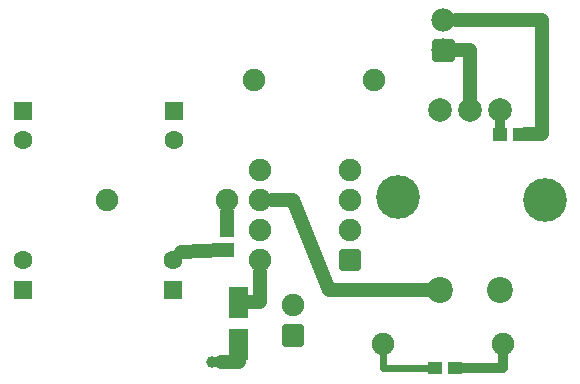
<source format=gtl>
G04 MADE WITH FRITZING*
G04 WWW.FRITZING.ORG*
G04 DOUBLE SIDED*
G04 HOLES PLATED*
G04 CONTOUR ON CENTER OF CONTOUR VECTOR*
%ASAXBY*%
%FSLAX23Y23*%
%MOIN*%
%OFA0B0*%
%SFA1.0B1.0*%
%ADD10C,0.075000*%
%ADD11C,0.145669*%
%ADD12C,0.039370*%
%ADD13C,0.062992*%
%ADD14C,0.078000*%
%ADD15C,0.078740*%
%ADD16C,0.086614*%
%ADD17C,0.070000*%
%ADD18R,0.047244X0.043307*%
%ADD19R,0.062992X0.062992*%
%ADD20C,0.024000*%
%ADD21C,0.032000*%
%ADD22C,0.048000*%
%ADD23C,0.020000*%
%ADD24R,0.001000X0.001000*%
%LNCOPPER1*%
G90*
G70*
G54D10*
X919Y1157D03*
X1319Y1157D03*
X1750Y277D03*
X1350Y277D03*
X829Y757D03*
X429Y757D03*
G54D11*
X1399Y767D03*
X1889Y757D03*
G54D10*
X1050Y307D03*
X1050Y407D03*
G54D12*
X779Y217D03*
G54D13*
X650Y458D03*
X650Y557D03*
X650Y458D03*
X650Y557D03*
X150Y458D03*
X150Y557D03*
X150Y458D03*
X150Y557D03*
X651Y1056D03*
X651Y958D03*
X651Y1056D03*
X651Y958D03*
X150Y1055D03*
X150Y957D03*
X150Y1055D03*
X150Y957D03*
G54D10*
X1239Y557D03*
X939Y557D03*
X1239Y657D03*
X939Y657D03*
X1239Y757D03*
X939Y757D03*
X1239Y857D03*
X939Y857D03*
G54D14*
X1550Y1257D03*
X1550Y1357D03*
G54D15*
X1739Y1057D03*
X1639Y1057D03*
X1539Y1057D03*
G54D16*
X1539Y457D03*
X1739Y457D03*
G54D17*
X1739Y1057D03*
X1639Y1057D03*
X1539Y1057D03*
X1739Y457D03*
X1539Y457D03*
G54D18*
X1589Y197D03*
X1522Y197D03*
G54D19*
X650Y458D03*
X650Y458D03*
X150Y458D03*
X150Y458D03*
X651Y1056D03*
X651Y1056D03*
X150Y1055D03*
X150Y1055D03*
G54D20*
X1349Y198D02*
X1349Y248D01*
G54D21*
D02*
X1607Y197D02*
X1749Y198D01*
D02*
X1749Y198D02*
X1749Y243D01*
G54D22*
D02*
X813Y590D02*
X679Y586D01*
D02*
X679Y586D02*
X676Y584D01*
D02*
X829Y718D02*
X829Y675D01*
D02*
X1880Y978D02*
X1880Y1358D01*
D02*
X1824Y977D02*
X1880Y978D01*
D02*
X1880Y1358D02*
X1591Y1357D01*
G54D21*
D02*
X1739Y993D02*
X1739Y1026D01*
G54D20*
D02*
X1504Y197D02*
X1349Y198D01*
G54D22*
D02*
X1048Y757D02*
X1168Y458D01*
D02*
X1168Y458D02*
X1502Y457D01*
D02*
X979Y757D02*
X1048Y757D01*
D02*
X1591Y1257D02*
X1639Y1257D01*
D02*
X1639Y1257D02*
X1639Y1095D01*
D02*
X869Y230D02*
X869Y217D01*
D02*
X869Y217D02*
X809Y217D01*
D02*
X939Y518D02*
X939Y417D01*
D02*
X939Y417D02*
X895Y417D01*
G36*
X1782Y956D02*
X1782Y999D01*
X1830Y999D01*
X1830Y956D01*
X1782Y956D01*
G37*
D02*
G36*
X1715Y956D02*
X1715Y999D01*
X1763Y999D01*
X1763Y956D01*
X1715Y956D01*
G37*
D02*
G36*
X851Y634D02*
X807Y634D01*
X807Y681D01*
X851Y681D01*
X851Y634D01*
G37*
D02*
G36*
X851Y567D02*
X807Y567D01*
X807Y614D01*
X851Y614D01*
X851Y567D01*
G37*
D02*
G54D23*
X1022Y334D02*
X1077Y334D01*
X1077Y279D01*
X1022Y279D01*
X1022Y334D01*
D02*
G36*
X837Y327D02*
X900Y327D01*
X900Y224D01*
X837Y224D01*
X837Y327D01*
G37*
D02*
G36*
X837Y468D02*
X900Y468D01*
X900Y366D01*
X837Y366D01*
X837Y468D01*
G37*
D02*
X1211Y530D02*
X1211Y585D01*
X1266Y585D01*
X1266Y530D01*
X1211Y530D01*
D02*
X1521Y1228D02*
X1521Y1286D01*
X1579Y1286D01*
X1579Y1228D01*
X1521Y1228D01*
D02*
G54D24*
X1533Y1092D02*
X1543Y1092D01*
X1633Y1092D02*
X1642Y1092D01*
X1733Y1092D02*
X1742Y1092D01*
X1529Y1091D02*
X1546Y1091D01*
X1629Y1091D02*
X1646Y1091D01*
X1729Y1091D02*
X1746Y1091D01*
X1526Y1090D02*
X1549Y1090D01*
X1626Y1090D02*
X1649Y1090D01*
X1726Y1090D02*
X1749Y1090D01*
X1524Y1089D02*
X1551Y1089D01*
X1624Y1089D02*
X1651Y1089D01*
X1724Y1089D02*
X1751Y1089D01*
X1522Y1088D02*
X1553Y1088D01*
X1622Y1088D02*
X1653Y1088D01*
X1722Y1088D02*
X1753Y1088D01*
X1521Y1087D02*
X1555Y1087D01*
X1620Y1087D02*
X1655Y1087D01*
X1720Y1087D02*
X1755Y1087D01*
X1519Y1086D02*
X1556Y1086D01*
X1619Y1086D02*
X1656Y1086D01*
X1719Y1086D02*
X1756Y1086D01*
X1518Y1085D02*
X1558Y1085D01*
X1618Y1085D02*
X1658Y1085D01*
X1718Y1085D02*
X1758Y1085D01*
X1516Y1084D02*
X1559Y1084D01*
X1616Y1084D02*
X1659Y1084D01*
X1716Y1084D02*
X1759Y1084D01*
X1515Y1083D02*
X1560Y1083D01*
X1615Y1083D02*
X1660Y1083D01*
X1715Y1083D02*
X1760Y1083D01*
X1514Y1082D02*
X1561Y1082D01*
X1614Y1082D02*
X1661Y1082D01*
X1714Y1082D02*
X1761Y1082D01*
X1513Y1081D02*
X1562Y1081D01*
X1613Y1081D02*
X1662Y1081D01*
X1713Y1081D02*
X1762Y1081D01*
X1512Y1080D02*
X1563Y1080D01*
X1612Y1080D02*
X1663Y1080D01*
X1712Y1080D02*
X1763Y1080D01*
X1512Y1079D02*
X1564Y1079D01*
X1611Y1079D02*
X1664Y1079D01*
X1711Y1079D02*
X1764Y1079D01*
X1511Y1078D02*
X1565Y1078D01*
X1611Y1078D02*
X1665Y1078D01*
X1711Y1078D02*
X1765Y1078D01*
X1510Y1077D02*
X1565Y1077D01*
X1610Y1077D02*
X1665Y1077D01*
X1710Y1077D02*
X1765Y1077D01*
X1509Y1076D02*
X1566Y1076D01*
X1609Y1076D02*
X1666Y1076D01*
X1709Y1076D02*
X1766Y1076D01*
X1509Y1075D02*
X1567Y1075D01*
X1609Y1075D02*
X1667Y1075D01*
X1708Y1075D02*
X1767Y1075D01*
X1508Y1074D02*
X1567Y1074D01*
X1608Y1074D02*
X1667Y1074D01*
X1708Y1074D02*
X1767Y1074D01*
X1507Y1073D02*
X1568Y1073D01*
X1607Y1073D02*
X1668Y1073D01*
X1707Y1073D02*
X1768Y1073D01*
X1507Y1072D02*
X1533Y1072D01*
X1543Y1072D02*
X1569Y1072D01*
X1607Y1072D02*
X1632Y1072D01*
X1643Y1072D02*
X1668Y1072D01*
X1707Y1072D02*
X1732Y1072D01*
X1743Y1072D02*
X1768Y1072D01*
X1506Y1071D02*
X1530Y1071D01*
X1546Y1071D02*
X1569Y1071D01*
X1606Y1071D02*
X1629Y1071D01*
X1646Y1071D02*
X1669Y1071D01*
X1706Y1071D02*
X1729Y1071D01*
X1746Y1071D02*
X1769Y1071D01*
X1506Y1070D02*
X1528Y1070D01*
X1548Y1070D02*
X1569Y1070D01*
X1606Y1070D02*
X1628Y1070D01*
X1648Y1070D02*
X1669Y1070D01*
X1706Y1070D02*
X1728Y1070D01*
X1748Y1070D02*
X1769Y1070D01*
X1506Y1069D02*
X1527Y1069D01*
X1549Y1069D02*
X1570Y1069D01*
X1605Y1069D02*
X1626Y1069D01*
X1649Y1069D02*
X1670Y1069D01*
X1705Y1069D02*
X1726Y1069D01*
X1749Y1069D02*
X1770Y1069D01*
X1505Y1068D02*
X1526Y1068D01*
X1550Y1068D02*
X1570Y1068D01*
X1605Y1068D02*
X1625Y1068D01*
X1650Y1068D02*
X1670Y1068D01*
X1705Y1068D02*
X1725Y1068D01*
X1750Y1068D02*
X1770Y1068D01*
X1505Y1067D02*
X1525Y1067D01*
X1551Y1067D02*
X1571Y1067D01*
X1605Y1067D02*
X1625Y1067D01*
X1651Y1067D02*
X1671Y1067D01*
X1705Y1067D02*
X1725Y1067D01*
X1751Y1067D02*
X1771Y1067D01*
X1504Y1066D02*
X1524Y1066D01*
X1551Y1066D02*
X1571Y1066D01*
X1604Y1066D02*
X1624Y1066D01*
X1651Y1066D02*
X1671Y1066D01*
X1704Y1066D02*
X1724Y1066D01*
X1751Y1066D02*
X1771Y1066D01*
X1504Y1065D02*
X1524Y1065D01*
X1552Y1065D02*
X1571Y1065D01*
X1604Y1065D02*
X1624Y1065D01*
X1652Y1065D02*
X1671Y1065D01*
X1704Y1065D02*
X1724Y1065D01*
X1752Y1065D02*
X1771Y1065D01*
X1504Y1064D02*
X1523Y1064D01*
X1552Y1064D02*
X1571Y1064D01*
X1604Y1064D02*
X1623Y1064D01*
X1652Y1064D02*
X1671Y1064D01*
X1704Y1064D02*
X1723Y1064D01*
X1752Y1064D02*
X1771Y1064D01*
X1504Y1063D02*
X1523Y1063D01*
X1552Y1063D02*
X1572Y1063D01*
X1604Y1063D02*
X1623Y1063D01*
X1652Y1063D02*
X1672Y1063D01*
X1704Y1063D02*
X1723Y1063D01*
X1752Y1063D02*
X1772Y1063D01*
X1504Y1062D02*
X1523Y1062D01*
X1553Y1062D02*
X1572Y1062D01*
X1604Y1062D02*
X1623Y1062D01*
X1653Y1062D02*
X1672Y1062D01*
X1703Y1062D02*
X1723Y1062D01*
X1753Y1062D02*
X1772Y1062D01*
X1503Y1061D02*
X1522Y1061D01*
X1553Y1061D02*
X1572Y1061D01*
X1603Y1061D02*
X1622Y1061D01*
X1653Y1061D02*
X1672Y1061D01*
X1703Y1061D02*
X1722Y1061D01*
X1753Y1061D02*
X1772Y1061D01*
X1503Y1060D02*
X1522Y1060D01*
X1553Y1060D02*
X1572Y1060D01*
X1603Y1060D02*
X1622Y1060D01*
X1653Y1060D02*
X1672Y1060D01*
X1703Y1060D02*
X1722Y1060D01*
X1753Y1060D02*
X1772Y1060D01*
X1503Y1059D02*
X1522Y1059D01*
X1553Y1059D02*
X1572Y1059D01*
X1603Y1059D02*
X1622Y1059D01*
X1653Y1059D02*
X1672Y1059D01*
X1703Y1059D02*
X1722Y1059D01*
X1753Y1059D02*
X1772Y1059D01*
X1503Y1058D02*
X1522Y1058D01*
X1553Y1058D02*
X1572Y1058D01*
X1603Y1058D02*
X1622Y1058D01*
X1653Y1058D02*
X1672Y1058D01*
X1703Y1058D02*
X1722Y1058D01*
X1753Y1058D02*
X1772Y1058D01*
X1503Y1057D02*
X1522Y1057D01*
X1553Y1057D02*
X1572Y1057D01*
X1603Y1057D02*
X1622Y1057D01*
X1653Y1057D02*
X1672Y1057D01*
X1703Y1057D02*
X1722Y1057D01*
X1753Y1057D02*
X1772Y1057D01*
X1503Y1056D02*
X1522Y1056D01*
X1553Y1056D02*
X1572Y1056D01*
X1603Y1056D02*
X1622Y1056D01*
X1653Y1056D02*
X1672Y1056D01*
X1703Y1056D02*
X1722Y1056D01*
X1753Y1056D02*
X1772Y1056D01*
X1503Y1055D02*
X1522Y1055D01*
X1553Y1055D02*
X1572Y1055D01*
X1603Y1055D02*
X1622Y1055D01*
X1653Y1055D02*
X1672Y1055D01*
X1703Y1055D02*
X1722Y1055D01*
X1753Y1055D02*
X1772Y1055D01*
X1503Y1054D02*
X1522Y1054D01*
X1553Y1054D02*
X1572Y1054D01*
X1603Y1054D02*
X1622Y1054D01*
X1653Y1054D02*
X1672Y1054D01*
X1703Y1054D02*
X1722Y1054D01*
X1753Y1054D02*
X1772Y1054D01*
X1504Y1053D02*
X1523Y1053D01*
X1553Y1053D02*
X1572Y1053D01*
X1604Y1053D02*
X1623Y1053D01*
X1653Y1053D02*
X1672Y1053D01*
X1703Y1053D02*
X1723Y1053D01*
X1753Y1053D02*
X1772Y1053D01*
X1504Y1052D02*
X1523Y1052D01*
X1552Y1052D02*
X1572Y1052D01*
X1604Y1052D02*
X1623Y1052D01*
X1652Y1052D02*
X1672Y1052D01*
X1704Y1052D02*
X1723Y1052D01*
X1752Y1052D02*
X1772Y1052D01*
X1504Y1051D02*
X1523Y1051D01*
X1552Y1051D02*
X1571Y1051D01*
X1604Y1051D02*
X1623Y1051D01*
X1652Y1051D02*
X1671Y1051D01*
X1704Y1051D02*
X1723Y1051D01*
X1752Y1051D02*
X1771Y1051D01*
X1504Y1050D02*
X1524Y1050D01*
X1552Y1050D02*
X1571Y1050D01*
X1604Y1050D02*
X1624Y1050D01*
X1652Y1050D02*
X1671Y1050D01*
X1704Y1050D02*
X1724Y1050D01*
X1752Y1050D02*
X1771Y1050D01*
X1504Y1049D02*
X1524Y1049D01*
X1551Y1049D02*
X1571Y1049D01*
X1604Y1049D02*
X1624Y1049D01*
X1651Y1049D02*
X1671Y1049D01*
X1704Y1049D02*
X1724Y1049D01*
X1751Y1049D02*
X1771Y1049D01*
X1505Y1048D02*
X1525Y1048D01*
X1551Y1048D02*
X1571Y1048D01*
X1605Y1048D02*
X1625Y1048D01*
X1651Y1048D02*
X1671Y1048D01*
X1705Y1048D02*
X1725Y1048D01*
X1751Y1048D02*
X1771Y1048D01*
X1505Y1047D02*
X1526Y1047D01*
X1550Y1047D02*
X1570Y1047D01*
X1605Y1047D02*
X1625Y1047D01*
X1650Y1047D02*
X1670Y1047D01*
X1705Y1047D02*
X1725Y1047D01*
X1750Y1047D02*
X1770Y1047D01*
X1506Y1046D02*
X1527Y1046D01*
X1549Y1046D02*
X1570Y1046D01*
X1605Y1046D02*
X1626Y1046D01*
X1649Y1046D02*
X1670Y1046D01*
X1705Y1046D02*
X1726Y1046D01*
X1749Y1046D02*
X1770Y1046D01*
X1506Y1045D02*
X1528Y1045D01*
X1548Y1045D02*
X1569Y1045D01*
X1606Y1045D02*
X1628Y1045D01*
X1648Y1045D02*
X1669Y1045D01*
X1706Y1045D02*
X1728Y1045D01*
X1748Y1045D02*
X1769Y1045D01*
X1506Y1044D02*
X1530Y1044D01*
X1546Y1044D02*
X1569Y1044D01*
X1606Y1044D02*
X1630Y1044D01*
X1646Y1044D02*
X1669Y1044D01*
X1706Y1044D02*
X1729Y1044D01*
X1746Y1044D02*
X1769Y1044D01*
X1507Y1043D02*
X1533Y1043D01*
X1543Y1043D02*
X1569Y1043D01*
X1607Y1043D02*
X1633Y1043D01*
X1643Y1043D02*
X1668Y1043D01*
X1707Y1043D02*
X1732Y1043D01*
X1743Y1043D02*
X1768Y1043D01*
X1507Y1042D02*
X1568Y1042D01*
X1607Y1042D02*
X1668Y1042D01*
X1707Y1042D02*
X1768Y1042D01*
X1508Y1041D02*
X1567Y1041D01*
X1608Y1041D02*
X1667Y1041D01*
X1708Y1041D02*
X1767Y1041D01*
X1509Y1040D02*
X1567Y1040D01*
X1609Y1040D02*
X1667Y1040D01*
X1708Y1040D02*
X1767Y1040D01*
X1509Y1039D02*
X1566Y1039D01*
X1609Y1039D02*
X1666Y1039D01*
X1709Y1039D02*
X1766Y1039D01*
X1510Y1038D02*
X1565Y1038D01*
X1610Y1038D02*
X1665Y1038D01*
X1710Y1038D02*
X1765Y1038D01*
X1511Y1037D02*
X1565Y1037D01*
X1611Y1037D02*
X1665Y1037D01*
X1711Y1037D02*
X1765Y1037D01*
X1512Y1036D02*
X1564Y1036D01*
X1611Y1036D02*
X1664Y1036D01*
X1711Y1036D02*
X1764Y1036D01*
X1512Y1035D02*
X1563Y1035D01*
X1612Y1035D02*
X1663Y1035D01*
X1712Y1035D02*
X1763Y1035D01*
X1513Y1034D02*
X1562Y1034D01*
X1613Y1034D02*
X1662Y1034D01*
X1713Y1034D02*
X1762Y1034D01*
X1514Y1033D02*
X1561Y1033D01*
X1614Y1033D02*
X1661Y1033D01*
X1714Y1033D02*
X1761Y1033D01*
X1515Y1032D02*
X1560Y1032D01*
X1615Y1032D02*
X1660Y1032D01*
X1715Y1032D02*
X1760Y1032D01*
X1516Y1031D02*
X1559Y1031D01*
X1616Y1031D02*
X1659Y1031D01*
X1716Y1031D02*
X1759Y1031D01*
X1518Y1030D02*
X1558Y1030D01*
X1618Y1030D02*
X1658Y1030D01*
X1718Y1030D02*
X1758Y1030D01*
X1519Y1029D02*
X1556Y1029D01*
X1619Y1029D02*
X1656Y1029D01*
X1719Y1029D02*
X1756Y1029D01*
X1521Y1028D02*
X1555Y1028D01*
X1620Y1028D02*
X1655Y1028D01*
X1720Y1028D02*
X1755Y1028D01*
X1522Y1027D02*
X1553Y1027D01*
X1622Y1027D02*
X1653Y1027D01*
X1722Y1027D02*
X1753Y1027D01*
X1524Y1026D02*
X1551Y1026D01*
X1624Y1026D02*
X1651Y1026D01*
X1724Y1026D02*
X1751Y1026D01*
X1526Y1025D02*
X1549Y1025D01*
X1626Y1025D02*
X1649Y1025D01*
X1726Y1025D02*
X1749Y1025D01*
X1529Y1024D02*
X1546Y1024D01*
X1629Y1024D02*
X1646Y1024D01*
X1729Y1024D02*
X1746Y1024D01*
X1533Y1023D02*
X1543Y1023D01*
X1633Y1023D02*
X1642Y1023D01*
X1733Y1023D02*
X1742Y1023D01*
X1532Y492D02*
X1544Y492D01*
X1732Y492D02*
X1743Y492D01*
X1528Y491D02*
X1547Y491D01*
X1728Y491D02*
X1747Y491D01*
X1526Y490D02*
X1550Y490D01*
X1726Y490D02*
X1750Y490D01*
X1524Y489D02*
X1552Y489D01*
X1723Y489D02*
X1752Y489D01*
X1522Y488D02*
X1554Y488D01*
X1722Y488D02*
X1754Y488D01*
X1520Y487D02*
X1555Y487D01*
X1720Y487D02*
X1755Y487D01*
X1519Y486D02*
X1557Y486D01*
X1719Y486D02*
X1757Y486D01*
X1517Y485D02*
X1558Y485D01*
X1717Y485D02*
X1758Y485D01*
X1516Y484D02*
X1559Y484D01*
X1716Y484D02*
X1759Y484D01*
X1515Y483D02*
X1560Y483D01*
X1715Y483D02*
X1760Y483D01*
X1514Y482D02*
X1561Y482D01*
X1714Y482D02*
X1761Y482D01*
X1513Y481D02*
X1562Y481D01*
X1713Y481D02*
X1762Y481D01*
X1512Y480D02*
X1563Y480D01*
X1712Y480D02*
X1763Y480D01*
X1511Y479D02*
X1564Y479D01*
X1711Y479D02*
X1764Y479D01*
X1511Y478D02*
X1565Y478D01*
X1710Y478D02*
X1765Y478D01*
X1510Y477D02*
X1566Y477D01*
X1710Y477D02*
X1766Y477D01*
X1509Y476D02*
X1566Y476D01*
X1709Y476D02*
X1766Y476D01*
X1508Y475D02*
X1567Y475D01*
X1708Y475D02*
X1767Y475D01*
X1508Y474D02*
X1568Y474D01*
X1708Y474D02*
X1767Y474D01*
X1507Y473D02*
X1568Y473D01*
X1707Y473D02*
X1768Y473D01*
X1507Y472D02*
X1532Y472D01*
X1544Y472D02*
X1569Y472D01*
X1707Y472D02*
X1732Y472D01*
X1744Y472D02*
X1769Y472D01*
X1506Y471D02*
X1529Y471D01*
X1546Y471D02*
X1569Y471D01*
X1706Y471D02*
X1729Y471D01*
X1746Y471D02*
X1769Y471D01*
X1506Y470D02*
X1527Y470D01*
X1548Y470D02*
X1570Y470D01*
X1706Y470D02*
X1727Y470D01*
X1748Y470D02*
X1769Y470D01*
X1505Y469D02*
X1526Y469D01*
X1549Y469D02*
X1570Y469D01*
X1705Y469D02*
X1726Y469D01*
X1749Y469D02*
X1770Y469D01*
X1505Y468D02*
X1525Y468D01*
X1550Y468D02*
X1570Y468D01*
X1705Y468D02*
X1725Y468D01*
X1750Y468D02*
X1770Y468D01*
X1505Y467D02*
X1525Y467D01*
X1551Y467D02*
X1571Y467D01*
X1705Y467D02*
X1725Y467D01*
X1751Y467D02*
X1771Y467D01*
X1504Y466D02*
X1524Y466D01*
X1551Y466D02*
X1571Y466D01*
X1704Y466D02*
X1724Y466D01*
X1751Y466D02*
X1771Y466D01*
X1504Y465D02*
X1524Y465D01*
X1552Y465D02*
X1571Y465D01*
X1704Y465D02*
X1723Y465D01*
X1752Y465D02*
X1771Y465D01*
X1504Y464D02*
X1523Y464D01*
X1552Y464D02*
X1572Y464D01*
X1704Y464D02*
X1723Y464D01*
X1752Y464D02*
X1771Y464D01*
X1504Y463D02*
X1523Y463D01*
X1553Y463D02*
X1572Y463D01*
X1704Y463D02*
X1723Y463D01*
X1752Y463D02*
X1772Y463D01*
X1504Y462D02*
X1523Y462D01*
X1553Y462D02*
X1572Y462D01*
X1703Y462D02*
X1723Y462D01*
X1753Y462D02*
X1772Y462D01*
X1503Y461D02*
X1522Y461D01*
X1553Y461D02*
X1572Y461D01*
X1703Y461D02*
X1722Y461D01*
X1753Y461D02*
X1772Y461D01*
X1503Y460D02*
X1522Y460D01*
X1553Y460D02*
X1572Y460D01*
X1703Y460D02*
X1722Y460D01*
X1753Y460D02*
X1772Y460D01*
X1503Y459D02*
X1522Y459D01*
X1553Y459D02*
X1572Y459D01*
X1703Y459D02*
X1722Y459D01*
X1753Y459D02*
X1772Y459D01*
X1503Y458D02*
X1522Y458D01*
X1553Y458D02*
X1572Y458D01*
X1703Y458D02*
X1722Y458D01*
X1753Y458D02*
X1772Y458D01*
X1503Y457D02*
X1522Y457D01*
X1553Y457D02*
X1572Y457D01*
X1703Y457D02*
X1722Y457D01*
X1753Y457D02*
X1772Y457D01*
X1503Y456D02*
X1522Y456D01*
X1553Y456D02*
X1572Y456D01*
X1703Y456D02*
X1722Y456D01*
X1753Y456D02*
X1772Y456D01*
X1503Y455D02*
X1522Y455D01*
X1553Y455D02*
X1572Y455D01*
X1703Y455D02*
X1722Y455D01*
X1753Y455D02*
X1772Y455D01*
X1503Y454D02*
X1523Y454D01*
X1553Y454D02*
X1572Y454D01*
X1703Y454D02*
X1722Y454D01*
X1753Y454D02*
X1772Y454D01*
X1504Y453D02*
X1523Y453D01*
X1553Y453D02*
X1572Y453D01*
X1704Y453D02*
X1723Y453D01*
X1753Y453D02*
X1772Y453D01*
X1504Y452D02*
X1523Y452D01*
X1552Y452D02*
X1572Y452D01*
X1704Y452D02*
X1723Y452D01*
X1752Y452D02*
X1772Y452D01*
X1504Y451D02*
X1523Y451D01*
X1552Y451D02*
X1571Y451D01*
X1704Y451D02*
X1723Y451D01*
X1752Y451D02*
X1771Y451D01*
X1504Y450D02*
X1524Y450D01*
X1552Y450D02*
X1571Y450D01*
X1704Y450D02*
X1724Y450D01*
X1752Y450D02*
X1771Y450D01*
X1505Y449D02*
X1524Y449D01*
X1551Y449D02*
X1571Y449D01*
X1704Y449D02*
X1724Y449D01*
X1751Y449D02*
X1771Y449D01*
X1505Y448D02*
X1525Y448D01*
X1551Y448D02*
X1571Y448D01*
X1705Y448D02*
X1725Y448D01*
X1750Y448D02*
X1770Y448D01*
X1505Y447D02*
X1526Y447D01*
X1550Y447D02*
X1570Y447D01*
X1705Y447D02*
X1726Y447D01*
X1750Y447D02*
X1770Y447D01*
X1506Y446D02*
X1527Y446D01*
X1549Y446D02*
X1570Y446D01*
X1706Y446D02*
X1727Y446D01*
X1749Y446D02*
X1770Y446D01*
X1506Y445D02*
X1528Y445D01*
X1547Y445D02*
X1569Y445D01*
X1706Y445D02*
X1728Y445D01*
X1747Y445D02*
X1769Y445D01*
X1506Y444D02*
X1530Y444D01*
X1545Y444D02*
X1569Y444D01*
X1706Y444D02*
X1730Y444D01*
X1745Y444D02*
X1769Y444D01*
X1507Y443D02*
X1534Y443D01*
X1542Y443D02*
X1568Y443D01*
X1707Y443D02*
X1734Y443D01*
X1742Y443D02*
X1768Y443D01*
X1508Y442D02*
X1568Y442D01*
X1707Y442D02*
X1768Y442D01*
X1508Y441D02*
X1567Y441D01*
X1708Y441D02*
X1767Y441D01*
X1509Y440D02*
X1567Y440D01*
X1709Y440D02*
X1767Y440D01*
X1509Y439D02*
X1566Y439D01*
X1709Y439D02*
X1766Y439D01*
X1510Y438D02*
X1565Y438D01*
X1710Y438D02*
X1765Y438D01*
X1511Y437D02*
X1565Y437D01*
X1711Y437D02*
X1764Y437D01*
X1512Y436D02*
X1564Y436D01*
X1712Y436D02*
X1764Y436D01*
X1513Y435D02*
X1563Y435D01*
X1712Y435D02*
X1763Y435D01*
X1513Y434D02*
X1562Y434D01*
X1713Y434D02*
X1762Y434D01*
X1514Y433D02*
X1561Y433D01*
X1714Y433D02*
X1761Y433D01*
X1516Y432D02*
X1560Y432D01*
X1715Y432D02*
X1760Y432D01*
X1517Y431D02*
X1559Y431D01*
X1717Y431D02*
X1759Y431D01*
X1518Y430D02*
X1557Y430D01*
X1718Y430D02*
X1757Y430D01*
X1519Y429D02*
X1556Y429D01*
X1719Y429D02*
X1756Y429D01*
X1521Y428D02*
X1555Y428D01*
X1721Y428D02*
X1754Y428D01*
X1523Y427D02*
X1553Y427D01*
X1722Y427D02*
X1753Y427D01*
X1524Y426D02*
X1551Y426D01*
X1724Y426D02*
X1751Y426D01*
X1527Y425D02*
X1549Y425D01*
X1727Y425D02*
X1749Y425D01*
X1530Y424D02*
X1546Y424D01*
X1730Y424D02*
X1746Y424D01*
X1534Y423D02*
X1541Y423D01*
X1734Y423D02*
X1741Y423D01*
D02*
G04 End of Copper1*
M02*
</source>
